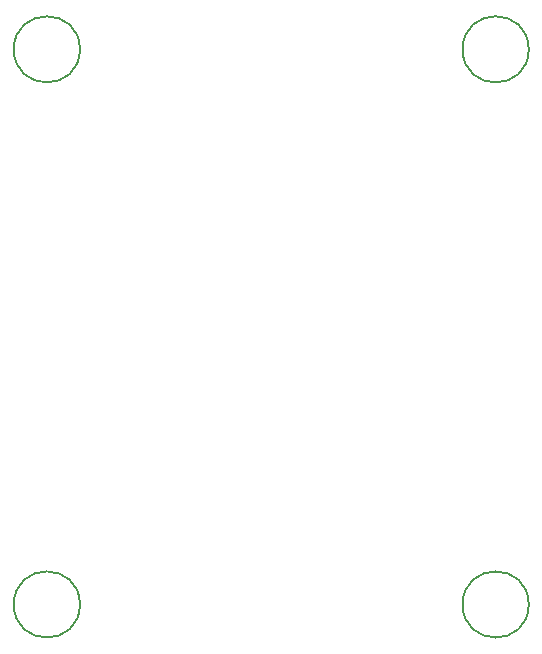
<source format=gbr>
%TF.GenerationSoftware,KiCad,Pcbnew,(6.0.9)*%
%TF.CreationDate,2023-03-29T13:56:59-08:00*%
%TF.ProjectId,ABSIS_Pit Management System,41425349-535f-4506-9974-204d616e6167,1*%
%TF.SameCoordinates,Original*%
%TF.FileFunction,Other,Comment*%
%FSLAX46Y46*%
G04 Gerber Fmt 4.6, Leading zero omitted, Abs format (unit mm)*
G04 Created by KiCad (PCBNEW (6.0.9)) date 2023-03-29 13:56:59*
%MOMM*%
%LPD*%
G01*
G04 APERTURE LIST*
%ADD10C,0.150000*%
G04 APERTURE END LIST*
D10*
%TO.C,H2*%
X54580000Y49000000D02*
G75*
G03*
X54580000Y49000000I-2800000J0D01*
G01*
%TO.C,H4*%
X54580000Y2000000D02*
G75*
G03*
X54580000Y2000000I-2800000J0D01*
G01*
%TO.C,H1*%
X16580000Y49000000D02*
G75*
G03*
X16580000Y49000000I-2800000J0D01*
G01*
%TO.C,H3*%
X16580000Y2000000D02*
G75*
G03*
X16580000Y2000000I-2800000J0D01*
G01*
%TD*%
M02*

</source>
